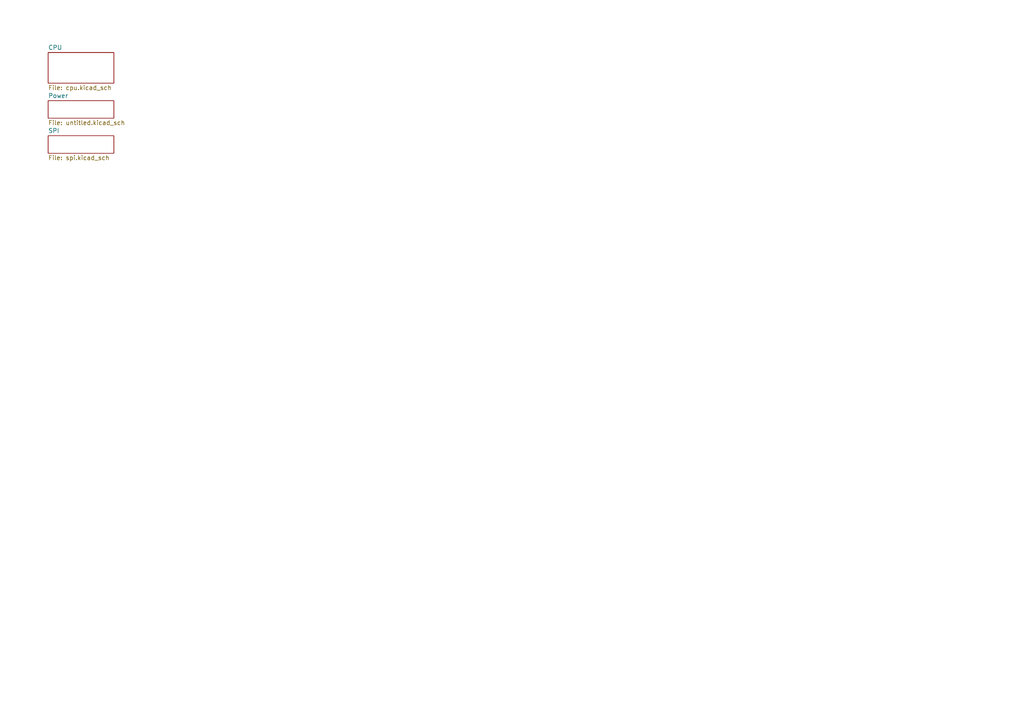
<source format=kicad_sch>
(kicad_sch
	(version 20231120)
	(generator "eeschema")
	(generator_version "8.0")
	(uuid "c52e2ab9-f991-4723-84f3-4c3609519739")
	(paper "A4")
	(lib_symbols)
	(sheet
		(at 13.97 29.21)
		(size 19.05 5.08)
		(fields_autoplaced yes)
		(stroke
			(width 0.1524)
			(type solid)
		)
		(fill
			(color 0 0 0 0.0000)
		)
		(uuid "67ae2427-e6d2-46a9-bbf7-d5ae7918eba3")
		(property "Sheetname" "Power"
			(at 13.97 28.4984 0)
			(effects
				(font
					(size 1.27 1.27)
				)
				(justify left bottom)
			)
		)
		(property "Sheetfile" "untitled.kicad_sch"
			(at 13.97 34.8746 0)
			(effects
				(font
					(size 1.27 1.27)
				)
				(justify left top)
			)
		)
		(instances
			(project "BusinessCard"
				(path "/c52e2ab9-f991-4723-84f3-4c3609519739"
					(page "2")
				)
			)
		)
	)
	(sheet
		(at 13.97 39.37)
		(size 19.05 5.08)
		(fields_autoplaced yes)
		(stroke
			(width 0.1524)
			(type solid)
		)
		(fill
			(color 0 0 0 0.0000)
		)
		(uuid "67b4c96e-20de-4b9c-aa3d-bdd95fbe2805")
		(property "Sheetname" "SPI"
			(at 13.97 38.6584 0)
			(effects
				(font
					(size 1.27 1.27)
				)
				(justify left bottom)
			)
		)
		(property "Sheetfile" "spi.kicad_sch"
			(at 13.97 45.0346 0)
			(effects
				(font
					(size 1.27 1.27)
				)
				(justify left top)
			)
		)
		(property "Field2" ""
			(at 13.97 39.37 0)
			(effects
				(font
					(size 1.27 1.27)
				)
				(hide yes)
			)
		)
		(instances
			(project "BusinessCard"
				(path "/c52e2ab9-f991-4723-84f3-4c3609519739"
					(page "4")
				)
			)
		)
	)
	(sheet
		(at 13.97 15.24)
		(size 19.05 8.89)
		(fields_autoplaced yes)
		(stroke
			(width 0.1524)
			(type solid)
		)
		(fill
			(color 0 0 0 0.0000)
		)
		(uuid "ade188c8-d4ad-412f-be09-98a226951bb3")
		(property "Sheetname" "CPU"
			(at 13.97 14.5284 0)
			(effects
				(font
					(size 1.27 1.27)
				)
				(justify left bottom)
			)
		)
		(property "Sheetfile" "cpu.kicad_sch"
			(at 13.97 24.7146 0)
			(effects
				(font
					(size 1.27 1.27)
				)
				(justify left top)
			)
		)
		(instances
			(project "BusinessCard"
				(path "/c52e2ab9-f991-4723-84f3-4c3609519739"
					(page "3")
				)
			)
		)
	)
	(sheet_instances
		(path "/"
			(page "1")
		)
	)
)

</source>
